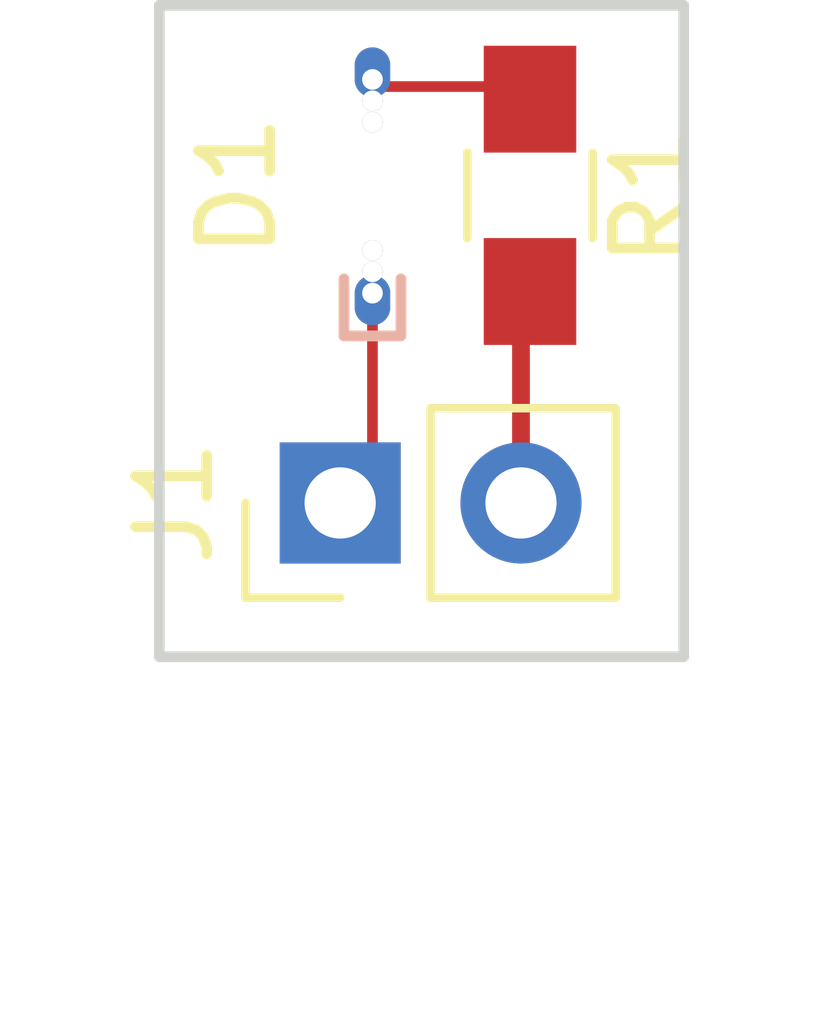
<source format=kicad_pcb>
(kicad_pcb (version 4) (host pcbnew 4.0.7)

  (general
    (links 7)
    (no_connects 4)
    (area 150.524385 102.794999 162.095813 119.150091)
    (thickness 1.6)
    (drawings 5)
    (tracks 6)
    (zones 0)
    (modules 3)
    (nets 4)
  )

  (page A4)
  (layers
    (0 F.Cu signal)
    (31 B.Cu signal)
    (32 B.Adhes user)
    (33 F.Adhes user)
    (34 B.Paste user)
    (35 F.Paste user)
    (36 B.SilkS user)
    (37 F.SilkS user)
    (38 B.Mask user)
    (39 F.Mask user)
    (40 Dwgs.User user)
    (41 Cmts.User user)
    (42 Eco1.User user)
    (43 Eco2.User user)
    (44 Edge.Cuts user)
    (45 Margin user)
    (46 B.CrtYd user)
    (47 F.CrtYd user)
    (48 B.Fab user)
    (49 F.Fab user)
  )

  (setup
    (last_trace_width 0.15)
    (trace_clearance 0.1)
    (zone_clearance 0.508)
    (zone_45_only no)
    (trace_min 0.15)
    (segment_width 0.2)
    (edge_width 0.15)
    (via_size 0.6)
    (via_drill 0.4)
    (via_min_size 0.4)
    (via_min_drill 0.3)
    (uvia_size 0.3)
    (uvia_drill 0.1)
    (uvias_allowed no)
    (uvia_min_size 0.2)
    (uvia_min_drill 0.1)
    (pcb_text_width 0.3)
    (pcb_text_size 1.5 1.5)
    (mod_edge_width 0.15)
    (mod_text_size 1 1)
    (mod_text_width 0.15)
    (pad_size 1.524 1.524)
    (pad_drill 0.762)
    (pad_to_mask_clearance 0.2)
    (aux_axis_origin 0 0)
    (visible_elements FFFFFF7F)
    (pcbplotparams
      (layerselection 0x00030_80000001)
      (usegerberextensions false)
      (excludeedgelayer true)
      (linewidth 0.100000)
      (plotframeref false)
      (viasonmask false)
      (mode 1)
      (useauxorigin false)
      (hpglpennumber 1)
      (hpglpenspeed 20)
      (hpglpendiameter 15)
      (hpglpenoverlay 2)
      (psnegative false)
      (psa4output false)
      (plotreference true)
      (plotvalue true)
      (plotinvisibletext false)
      (padsonsilk false)
      (subtractmaskfromsilk false)
      (outputformat 1)
      (mirror false)
      (drillshape 1)
      (scaleselection 1)
      (outputdirectory ""))
  )

  (net 0 "")
  (net 1 "Net-(D1-Pad1)")
  (net 2 "Net-(D1-Pad2)")
  (net 3 "Net-(J1-Pad2)")

  (net_class Default "This is the default net class."
    (clearance 0.1)
    (trace_width 0.15)
    (via_dia 0.6)
    (via_drill 0.4)
    (uvia_dia 0.3)
    (uvia_drill 0.1)
    (add_net "Net-(D1-Pad1)")
    (add_net "Net-(D1-Pad2)")
    (add_net "Net-(J1-Pad2)")
  )

  (module leds:1206_bottom_mount_sideways (layer F.Cu) (tedit 5A0F481F) (tstamp 5A0F32E0)
    (at 155.448 105.41 90)
    (path /5A0F2D91)
    (fp_text reference D1 (at 0 -1.7 90) (layer F.SilkS)
      (effects (font (size 1 1) (thickness 0.15)))
    )
    (fp_text value LED (at -0.5 -3 90) (layer F.Fab)
      (effects (font (size 1 1) (thickness 0.15)))
    )
    (fp_line (start -1.3 -0.2) (end -2.1 -0.2) (layer B.SilkS) (width 0.15))
    (fp_line (start -2.1 -0.2) (end -2.1 0.6) (layer B.SilkS) (width 0.15))
    (fp_line (start -2.1 0.6) (end -1.3 0.6) (layer B.SilkS) (width 0.15))
    (fp_line (start -2.1 -0.2) (end -2.1 0.6) (layer F.SilkS) (width 0.15))
    (fp_line (start -2.1 0.6) (end -1.3 0.6) (layer F.SilkS) (width 0.15))
    (fp_line (start -1.3 -0.2) (end -2.1 -0.2) (layer F.SilkS) (width 0.15))
    (pad 2 thru_hole circle (at 1.2 0.2 270) (size 0.29 0.29) (drill 0.29) (layers *.Cu *.Mask)
      (net 2 "Net-(D1-Pad2)"))
    (pad "" np_thru_hole circle (at 0.8 -0.7 270) (size 0.254 0.254) (drill 0.254) (layers *.Cu *.Mask))
    (pad "" np_thru_hole circle (at 0.5 -0.7 270) (size 0.254 0.254) (drill 0.254) (layers *.Cu *.Mask))
    (pad "" np_thru_hole circle (at 0.2 -0.7 270) (size 0.254 0.254) (drill 0.254) (layers *.Cu *.Mask))
    (pad "" np_thru_hole circle (at -0.1 -0.7 270) (size 0.254 0.254) (drill 0.254) (layers *.Cu *.Mask))
    (pad "" np_thru_hole circle (at -0.4 -0.7 270) (size 0.254 0.254) (drill 0.254) (layers *.Cu *.Mask))
    (pad "" np_thru_hole circle (at -0.7 -0.7 270) (size 0.254 0.254) (drill 0.254) (layers *.Cu *.Mask))
    (pad "" np_thru_hole circle (at 0.8 -0.4 270) (size 0.245 0.245) (drill 0.245) (layers *.Cu *.Mask))
    (pad 1 thru_hole oval (at -1.5 0.2 270) (size 0.7 0.5) (drill 0.29 (offset 0.1 0)) (layers *.Cu *.Mask)
      (net 1 "Net-(D1-Pad1)"))
    (pad 2 thru_hole oval (at 1.5 0.2 90) (size 0.7 0.5) (drill oval 0.29 (offset 0.1 0)) (layers *.Cu *.Mask)
      (net 2 "Net-(D1-Pad2)"))
    (pad "" np_thru_hole circle (at 0.8 -1 270) (size 0.245 0.245) (drill 0.245) (layers *.Cu *.Mask))
    (pad "" np_thru_hole circle (at 0.8 -0.1 270) (size 0.254 0.254) (drill 0.254) (layers *.Cu *.Mask))
    (pad "" np_thru_hole circle (at 0.5 -1 270) (size 0.254 0.254) (drill 0.254) (layers *.Cu *.Mask))
    (pad "" np_thru_hole circle (at 0.5 -0.4 270) (size 0.254 0.254) (drill 0.254) (layers *.Cu *.Mask))
    (pad "" np_thru_hole circle (at 0.5 -0.1 270) (size 0.254 0.254) (drill 0.254) (layers *.Cu *.Mask))
    (pad "" np_thru_hole circle (at 0.2 -1 270) (size 0.254 0.254) (drill 0.254) (layers *.Cu *.Mask))
    (pad "" np_thru_hole circle (at 0.2 -0.4 270) (size 0.254 0.254) (drill 0.254) (layers *.Cu *.Mask))
    (pad "" np_thru_hole circle (at 0.2 -0.1 270) (size 0.254 0.254) (drill 0.254) (layers *.Cu *.Mask))
    (pad "" np_thru_hole circle (at -0.1 -1 270) (size 0.254 0.254) (drill 0.254) (layers *.Cu *.Mask))
    (pad "" np_thru_hole circle (at -0.1 -0.4 270) (size 0.254 0.254) (drill 0.254) (layers *.Cu *.Mask))
    (pad "" np_thru_hole circle (at -0.1 -0.1 270) (size 0.254 0.254) (drill 0.254) (layers *.Cu *.Mask))
    (pad "" np_thru_hole circle (at -0.4 -1 270) (size 0.254 0.254) (drill 0.254) (layers *.Cu *.Mask))
    (pad "" np_thru_hole circle (at -0.4 -0.4 270) (size 0.254 0.254) (drill 0.254) (layers *.Cu *.Mask))
    (pad "" np_thru_hole circle (at -0.4 -0.1 270) (size 0.254 0.254) (drill 0.254) (layers *.Cu *.Mask))
    (pad "" np_thru_hole circle (at -0.7 -1 270) (size 0.254 0.254) (drill 0.254) (layers *.Cu *.Mask))
    (pad "" np_thru_hole circle (at -0.7 -0.4 270) (size 0.254 0.254) (drill 0.254) (layers *.Cu *.Mask))
    (pad "" np_thru_hole circle (at -0.7 -0.1 270) (size 0.254 0.254) (drill 0.254) (layers *.Cu *.Mask))
    (pad 1 thru_hole circle (at -1.2 0.2 270) (size 0.29 0.29) (drill 0.29) (layers *.Cu *.Mask)
      (net 1 "Net-(D1-Pad1)"))
    (pad 1 thru_hole circle (at -0.9 0.2 270) (size 0.29 0.29) (drill 0.29) (layers *.Cu *.Mask)
      (net 1 "Net-(D1-Pad1)"))
    (pad "" np_thru_hole circle (at -0.6 0.2 270) (size 0.29 0.29) (drill 0.29) (layers *.Cu *.Mask))
    (pad "" np_thru_hole circle (at -0.3 0.2 270) (size 0.29 0.29) (drill 0.29) (layers *.Cu *.Mask))
    (pad "" np_thru_hole circle (at 0 0.2 270) (size 0.29 0.29) (drill 0.29) (layers *.Cu *.Mask))
    (pad "" np_thru_hole circle (at 0.3 0.2 270) (size 0.29 0.29) (drill 0.29) (layers *.Cu *.Mask))
    (pad "" np_thru_hole circle (at 0.6 0.2 270) (size 0.29 0.29) (drill 0.29) (layers *.Cu *.Mask))
    (pad 2 thru_hole circle (at 0.9 0.2 270) (size 0.29 0.29) (drill 0.29) (layers *.Cu *.Mask)
      (net 2 "Net-(D1-Pad2)"))
  )

  (module Resistors_SMD:R_0805_HandSoldering (layer F.Cu) (tedit 58E0A804) (tstamp 5A0F3307)
    (at 157.861 105.537 270)
    (descr "Resistor SMD 0805, hand soldering")
    (tags "resistor 0805")
    (path /5A0F2DBD)
    (attr smd)
    (fp_text reference R1 (at 0 -1.7 270) (layer F.SilkS)
      (effects (font (size 1 1) (thickness 0.15)))
    )
    (fp_text value R (at 0 1.75 270) (layer F.Fab)
      (effects (font (size 1 1) (thickness 0.15)))
    )
    (fp_text user %R (at 0 0 270) (layer F.Fab)
      (effects (font (size 0.5 0.5) (thickness 0.075)))
    )
    (fp_line (start -1 0.62) (end -1 -0.62) (layer F.Fab) (width 0.1))
    (fp_line (start 1 0.62) (end -1 0.62) (layer F.Fab) (width 0.1))
    (fp_line (start 1 -0.62) (end 1 0.62) (layer F.Fab) (width 0.1))
    (fp_line (start -1 -0.62) (end 1 -0.62) (layer F.Fab) (width 0.1))
    (fp_line (start 0.6 0.88) (end -0.6 0.88) (layer F.SilkS) (width 0.12))
    (fp_line (start -0.6 -0.88) (end 0.6 -0.88) (layer F.SilkS) (width 0.12))
    (fp_line (start -2.35 -0.9) (end 2.35 -0.9) (layer F.CrtYd) (width 0.05))
    (fp_line (start -2.35 -0.9) (end -2.35 0.9) (layer F.CrtYd) (width 0.05))
    (fp_line (start 2.35 0.9) (end 2.35 -0.9) (layer F.CrtYd) (width 0.05))
    (fp_line (start 2.35 0.9) (end -2.35 0.9) (layer F.CrtYd) (width 0.05))
    (pad 1 smd rect (at -1.35 0 270) (size 1.5 1.3) (layers F.Cu F.Paste F.Mask)
      (net 2 "Net-(D1-Pad2)"))
    (pad 2 smd rect (at 1.35 0 270) (size 1.5 1.3) (layers F.Cu F.Paste F.Mask)
      (net 3 "Net-(J1-Pad2)"))
    (model ${KISYS3DMOD}/Resistors_SMD.3dshapes/R_0805.wrl
      (at (xyz 0 0 0))
      (scale (xyz 1 1 1))
      (rotate (xyz 0 0 0))
    )
  )

  (module Pin_Headers:Pin_Header_Straight_1x02_Pitch2.54mm (layer F.Cu) (tedit 59650532) (tstamp 5A0F32F6)
    (at 155.194 109.855 90)
    (descr "Through hole straight pin header, 1x02, 2.54mm pitch, single row")
    (tags "Through hole pin header THT 1x02 2.54mm single row")
    (path /5A0F2DDC)
    (fp_text reference J1 (at 0 -2.33 90) (layer F.SilkS)
      (effects (font (size 1 1) (thickness 0.15)))
    )
    (fp_text value Conn_01x02_Male (at 0 4.87 90) (layer F.Fab)
      (effects (font (size 1 1) (thickness 0.15)))
    )
    (fp_line (start -0.635 -1.27) (end 1.27 -1.27) (layer F.Fab) (width 0.1))
    (fp_line (start 1.27 -1.27) (end 1.27 3.81) (layer F.Fab) (width 0.1))
    (fp_line (start 1.27 3.81) (end -1.27 3.81) (layer F.Fab) (width 0.1))
    (fp_line (start -1.27 3.81) (end -1.27 -0.635) (layer F.Fab) (width 0.1))
    (fp_line (start -1.27 -0.635) (end -0.635 -1.27) (layer F.Fab) (width 0.1))
    (fp_line (start -1.33 3.87) (end 1.33 3.87) (layer F.SilkS) (width 0.12))
    (fp_line (start -1.33 1.27) (end -1.33 3.87) (layer F.SilkS) (width 0.12))
    (fp_line (start 1.33 1.27) (end 1.33 3.87) (layer F.SilkS) (width 0.12))
    (fp_line (start -1.33 1.27) (end 1.33 1.27) (layer F.SilkS) (width 0.12))
    (fp_line (start -1.33 0) (end -1.33 -1.33) (layer F.SilkS) (width 0.12))
    (fp_line (start -1.33 -1.33) (end 0 -1.33) (layer F.SilkS) (width 0.12))
    (fp_line (start -1.8 -1.8) (end -1.8 4.35) (layer F.CrtYd) (width 0.05))
    (fp_line (start -1.8 4.35) (end 1.8 4.35) (layer F.CrtYd) (width 0.05))
    (fp_line (start 1.8 4.35) (end 1.8 -1.8) (layer F.CrtYd) (width 0.05))
    (fp_line (start 1.8 -1.8) (end -1.8 -1.8) (layer F.CrtYd) (width 0.05))
    (fp_text user %R (at 0 1.27 180) (layer F.Fab)
      (effects (font (size 1 1) (thickness 0.15)))
    )
    (pad 1 thru_hole rect (at 0 0 90) (size 1.7 1.7) (drill 1) (layers *.Cu *.Mask)
      (net 1 "Net-(D1-Pad1)"))
    (pad 2 thru_hole oval (at 0 2.54 90) (size 1.7 1.7) (drill 1) (layers *.Cu *.Mask)
      (net 3 "Net-(J1-Pad2)"))
    (model ${KISYS3DMOD}/Pin_Headers.3dshapes/Pin_Header_Straight_1x02_Pitch2.54mm.wrl
      (at (xyz 0 0 0))
      (scale (xyz 1 1 1))
      (rotate (xyz 0 0 0))
    )
  )

  (gr_line (start 152.654 112.014) (end 160.02 112.014) (angle 90) (layer Edge.Cuts) (width 0.15))
  (gr_line (start 160.02 102.87) (end 160.02 112.014) (angle 90) (layer Edge.Cuts) (width 0.15))
  (gr_line (start 152.654 102.87) (end 160.02 102.87) (angle 90) (layer Edge.Cuts) (width 0.15))
  (gr_line (start 152.654 112.014) (end 152.654 102.87) (angle 90) (layer Edge.Cuts) (width 0.15))
  (dimension 6.859176 (width 0.3) (layer Dwgs.User)
    (gr_text "6.859 mm" (at 156.310098 117.736821 1.06091169) (layer Dwgs.User)
      (effects (font (size 1.5 1.5) (thickness 0.3)))
    )
    (feature1 (pts (xy 152.781 112.395) (xy 152.906094 119.15009)))
    (feature2 (pts (xy 159.639 112.268) (xy 159.764094 119.02309)))
    (crossbar (pts (xy 159.714103 116.323553) (xy 152.856103 116.450553)))
    (arrow1a (pts (xy 152.856103 116.450553) (xy 153.971556 115.843375)))
    (arrow1b (pts (xy 152.856103 116.450553) (xy 153.993271 117.016016)))
    (arrow2a (pts (xy 159.714103 116.323553) (xy 158.576935 115.75809)))
    (arrow2b (pts (xy 159.714103 116.323553) (xy 158.59865 116.930731)))
  )

  (segment (start 155.648 106.81) (end 155.648 109.401) (width 0.15) (layer F.Cu) (net 1))
  (segment (start 155.648 109.401) (end 155.194 109.855) (width 0.15) (layer F.Cu) (net 1) (tstamp 5A0F41FB))
  (segment (start 155.648 104.01) (end 157.684 104.01) (width 0.15) (layer F.Cu) (net 2))
  (segment (start 157.684 104.01) (end 157.861 104.187) (width 0.15) (layer F.Cu) (net 2) (tstamp 5A0F420E))
  (segment (start 157.734 109.855) (end 157.734 107.014) (width 0.25) (layer F.Cu) (net 3))
  (segment (start 157.734 107.014) (end 157.861 106.887) (width 0.25) (layer F.Cu) (net 3) (tstamp 5A0F3395))

)

</source>
